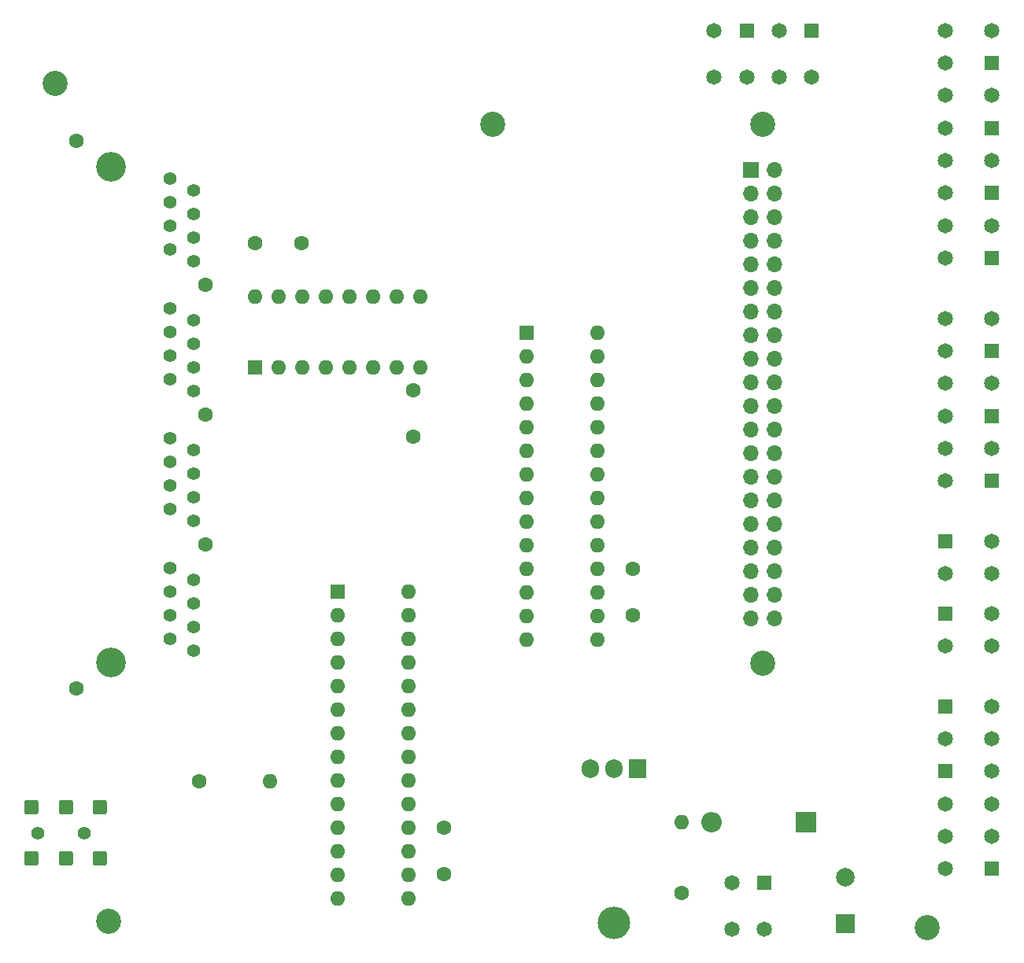
<source format=gbr>
%TF.GenerationSoftware,KiCad,Pcbnew,7.0.2-0*%
%TF.CreationDate,2023-05-02T13:55:30-04:00*%
%TF.ProjectId,SATS,53415453-2e6b-4696-9361-645f70636258,rev?*%
%TF.SameCoordinates,Original*%
%TF.FileFunction,Soldermask,Top*%
%TF.FilePolarity,Negative*%
%FSLAX46Y46*%
G04 Gerber Fmt 4.6, Leading zero omitted, Abs format (unit mm)*
G04 Created by KiCad (PCBNEW 7.0.2-0) date 2023-05-02 13:55:30*
%MOMM*%
%LPD*%
G01*
G04 APERTURE LIST*
G04 Aperture macros list*
%AMRoundRect*
0 Rectangle with rounded corners*
0 $1 Rounding radius*
0 $2 $3 $4 $5 $6 $7 $8 $9 X,Y pos of 4 corners*
0 Add a 4 corners polygon primitive as box body*
4,1,4,$2,$3,$4,$5,$6,$7,$8,$9,$2,$3,0*
0 Add four circle primitives for the rounded corners*
1,1,$1+$1,$2,$3*
1,1,$1+$1,$4,$5*
1,1,$1+$1,$6,$7*
1,1,$1+$1,$8,$9*
0 Add four rect primitives between the rounded corners*
20,1,$1+$1,$2,$3,$4,$5,0*
20,1,$1+$1,$4,$5,$6,$7,0*
20,1,$1+$1,$6,$7,$8,$9,0*
20,1,$1+$1,$8,$9,$2,$3,0*%
G04 Aperture macros list end*
%ADD10C,2.700000*%
%ADD11R,1.650000X1.650000*%
%ADD12C,1.650000*%
%ADD13R,1.600000X1.600000*%
%ADD14O,1.600000X1.600000*%
%ADD15C,1.600200*%
%ADD16C,3.200400*%
%ADD17C,1.397000*%
%ADD18C,1.600000*%
%ADD19R,2.000000X2.000000*%
%ADD20C,2.000000*%
%ADD21C,1.400000*%
%ADD22RoundRect,0.187500X0.562500X-0.562500X0.562500X0.562500X-0.562500X0.562500X-0.562500X-0.562500X0*%
%ADD23R,2.200000X2.200000*%
%ADD24O,2.200000X2.200000*%
%ADD25O,3.500000X3.500000*%
%ADD26R,1.905000X2.000000*%
%ADD27O,1.905000X2.000000*%
%ADD28R,1.700000X1.700000*%
%ADD29O,1.700000X1.700000*%
G04 APERTURE END LIST*
D10*
%TO.C,H6*%
X53949600Y-54000400D03*
%TD*%
D11*
%TO.C,J14*%
X154700000Y-138500000D03*
D12*
X154700000Y-135000000D03*
X149700000Y-135000000D03*
X149700000Y-138500000D03*
%TD*%
%TO.C,SW2*%
X149750000Y-86250000D03*
X154750000Y-86250000D03*
X149750000Y-89750000D03*
D11*
X154750000Y-89750000D03*
%TD*%
D13*
%TO.C,U2*%
X84328000Y-108632000D03*
D14*
X84328000Y-111172000D03*
X84328000Y-113712000D03*
X84328000Y-116252000D03*
X84328000Y-118792000D03*
X84328000Y-121332000D03*
X84328000Y-123872000D03*
X84328000Y-126412000D03*
X84328000Y-128952000D03*
X84328000Y-131492000D03*
X84328000Y-134032000D03*
X84328000Y-136572000D03*
X84328000Y-139112000D03*
X84328000Y-141652000D03*
X91948000Y-141652000D03*
X91948000Y-139112000D03*
X91948000Y-136572000D03*
X91948000Y-134032000D03*
X91948000Y-131492000D03*
X91948000Y-128952000D03*
X91948000Y-126412000D03*
X91948000Y-123872000D03*
X91948000Y-121332000D03*
X91948000Y-118792000D03*
X91948000Y-116252000D03*
X91948000Y-113712000D03*
X91948000Y-111172000D03*
X91948000Y-108632000D03*
%TD*%
D15*
%TO.C,J2*%
X56277406Y-60181400D03*
D16*
X59960406Y-62950000D03*
D15*
X70120406Y-75650000D03*
X70120406Y-89620000D03*
X70120406Y-103590000D03*
D16*
X59960406Y-116290000D03*
D15*
X56277406Y-119058600D03*
D17*
X66310406Y-64220000D03*
X68850406Y-65490000D03*
X66310406Y-66760000D03*
X68850406Y-68030000D03*
X66310406Y-69300000D03*
X68850406Y-70570000D03*
X66310406Y-71840000D03*
X68850406Y-73110000D03*
X66310406Y-78190000D03*
X68850406Y-79460000D03*
X66310406Y-80730000D03*
X68850406Y-82000000D03*
X66310406Y-83270000D03*
X68850406Y-84540000D03*
X66310406Y-85810000D03*
X68850406Y-87080000D03*
X66310406Y-92160000D03*
X68850406Y-93430000D03*
X66310406Y-94700000D03*
X68850406Y-95970000D03*
X66310406Y-97240000D03*
X68850406Y-98510000D03*
X66310406Y-99780000D03*
X68850406Y-101050000D03*
X66310406Y-106130000D03*
X68850406Y-107400000D03*
X66310406Y-108670000D03*
X68850406Y-109940000D03*
X66310406Y-111210000D03*
X68850406Y-112480000D03*
X66310406Y-113750000D03*
X68850406Y-115020000D03*
%TD*%
D10*
%TO.C,H5*%
X147800000Y-144800000D03*
%TD*%
%TO.C,H1*%
X130068000Y-58346000D03*
%TD*%
D12*
%TO.C,J11*%
X154700000Y-114500000D03*
X149700000Y-114500000D03*
X154700000Y-111000000D03*
D11*
X149700000Y-111000000D03*
%TD*%
D12*
%TO.C,SW1*%
X149750000Y-79250000D03*
X154750000Y-79250000D03*
X149750000Y-82750000D03*
D11*
X154750000Y-82750000D03*
%TD*%
D18*
%TO.C,C4*%
X92456000Y-86948000D03*
X92456000Y-91948000D03*
%TD*%
D11*
%TO.C,L1*%
X130274000Y-139953000D03*
D12*
X130274000Y-144953000D03*
X126774000Y-139953000D03*
X126774000Y-144953000D03*
%TD*%
D13*
%TO.C,U3*%
X75453000Y-84495800D03*
D14*
X77993000Y-84495800D03*
X80533000Y-84495800D03*
X83073000Y-84495800D03*
X85613000Y-84495800D03*
X88153000Y-84495800D03*
X90693000Y-84495800D03*
X93233000Y-84495800D03*
X93233000Y-76875800D03*
X90693000Y-76875800D03*
X88153000Y-76875800D03*
X85613000Y-76875800D03*
X83073000Y-76875800D03*
X80533000Y-76875800D03*
X77993000Y-76875800D03*
X75453000Y-76875800D03*
%TD*%
D11*
%TO.C,J4*%
X135354000Y-48300000D03*
D12*
X135354000Y-53300000D03*
X131854000Y-48300000D03*
X131854000Y-53300000D03*
%TD*%
D19*
%TO.C,C5*%
X138950000Y-144367677D03*
D20*
X138950000Y-139367677D03*
%TD*%
D12*
%TO.C,J10*%
X154700000Y-106750000D03*
X149700000Y-106750000D03*
X154700000Y-103250000D03*
D11*
X149700000Y-103250000D03*
%TD*%
D12*
%TO.C,SW3*%
X149750000Y-93250000D03*
X154750000Y-93250000D03*
X149750000Y-96750000D03*
D11*
X154750000Y-96750000D03*
%TD*%
D18*
%TO.C,C2*%
X95758000Y-134032000D03*
X95758000Y-139032000D03*
%TD*%
D11*
%TO.C,J12*%
X149700000Y-121000000D03*
D12*
X154700000Y-121000000D03*
X149700000Y-124500000D03*
X154700000Y-124500000D03*
%TD*%
D11*
%TO.C,J6*%
X154750000Y-72750000D03*
D12*
X149750000Y-72750000D03*
X154750000Y-69250000D03*
X149750000Y-69250000D03*
%TD*%
D18*
%TO.C,C1*%
X116078000Y-106172000D03*
X116078000Y-111172000D03*
%TD*%
D11*
%TO.C,J9*%
X154750000Y-51750000D03*
D12*
X149750000Y-51750000D03*
X154750000Y-48250000D03*
X149750000Y-48250000D03*
%TD*%
D11*
%TO.C,J8*%
X154750000Y-58750000D03*
D12*
X149750000Y-58750000D03*
X154750000Y-55250000D03*
X149750000Y-55250000D03*
%TD*%
D21*
%TO.C,J3*%
X52118000Y-134620000D03*
X57118000Y-134620000D03*
D22*
X55118000Y-131870000D03*
X58818000Y-131870000D03*
X51418000Y-137370000D03*
X51418000Y-131870000D03*
X55118000Y-137370000D03*
X58818000Y-137370000D03*
%TD*%
D10*
%TO.C,H4*%
X59690000Y-144145000D03*
%TD*%
%TO.C,H2*%
X130068000Y-116346000D03*
%TD*%
D23*
%TO.C,D1*%
X134747000Y-133477000D03*
D24*
X124587000Y-133477000D03*
%TD*%
D18*
%TO.C,C3*%
X75478000Y-71120000D03*
X80478000Y-71120000D03*
%TD*%
D13*
%TO.C,U1*%
X104648000Y-80772000D03*
D14*
X104648000Y-83312000D03*
X104648000Y-85852000D03*
X104648000Y-88392000D03*
X104648000Y-90932000D03*
X104648000Y-93472000D03*
X104648000Y-96012000D03*
X104648000Y-98552000D03*
X104648000Y-101092000D03*
X104648000Y-103632000D03*
X104648000Y-106172000D03*
X104648000Y-108712000D03*
X104648000Y-111252000D03*
X104648000Y-113792000D03*
X112268000Y-113792000D03*
X112268000Y-111252000D03*
X112268000Y-108712000D03*
X112268000Y-106172000D03*
X112268000Y-103632000D03*
X112268000Y-101092000D03*
X112268000Y-98552000D03*
X112268000Y-96012000D03*
X112268000Y-93472000D03*
X112268000Y-90932000D03*
X112268000Y-88392000D03*
X112268000Y-85852000D03*
X112268000Y-83312000D03*
X112268000Y-80772000D03*
%TD*%
D25*
%TO.C,U4*%
X114046000Y-144336000D03*
D26*
X116586000Y-127676000D03*
D27*
X114046000Y-127676000D03*
X111506000Y-127676000D03*
%TD*%
D11*
%TO.C,J7*%
X154749998Y-65750000D03*
D12*
X149749998Y-65750000D03*
X154749998Y-62250000D03*
X149749998Y-62250000D03*
%TD*%
D10*
%TO.C,H3*%
X101068000Y-58346000D03*
%TD*%
D18*
%TO.C,R1*%
X69469000Y-129032000D03*
D14*
X77089000Y-129032000D03*
%TD*%
D11*
%TO.C,J13*%
X149700000Y-128000000D03*
D12*
X154700000Y-128000000D03*
X149700000Y-131500000D03*
X154700000Y-131500000D03*
%TD*%
D18*
%TO.C,R2*%
X121400000Y-141100000D03*
D14*
X121400000Y-133480000D03*
%TD*%
D11*
%TO.C,J5*%
X128354000Y-48300000D03*
D12*
X128354000Y-53300000D03*
X124854000Y-48300000D03*
X124854000Y-53300000D03*
%TD*%
D28*
%TO.C,J1*%
X128778000Y-63246000D03*
D29*
X131318000Y-63246000D03*
X128778000Y-65786000D03*
X131318000Y-65786000D03*
X128778000Y-68326000D03*
X131318000Y-68326000D03*
X128778000Y-70866000D03*
X131318000Y-70866000D03*
X128778000Y-73406000D03*
X131318000Y-73406000D03*
X128778000Y-75946000D03*
X131318000Y-75946000D03*
X128778000Y-78486000D03*
X131318000Y-78486000D03*
X128778000Y-81026000D03*
X131318000Y-81026000D03*
X128778000Y-83566000D03*
X131318000Y-83566000D03*
X128778000Y-86106000D03*
X131318000Y-86106000D03*
X128778000Y-88646000D03*
X131318000Y-88646000D03*
X128778000Y-91186000D03*
X131318000Y-91186000D03*
X128778000Y-93726000D03*
X131318000Y-93726000D03*
X128778000Y-96266000D03*
X131318000Y-96266000D03*
X128778000Y-98806000D03*
X131318000Y-98806000D03*
X128778000Y-101346000D03*
X131318000Y-101346000D03*
X128778000Y-103886000D03*
X131318000Y-103886000D03*
X128778000Y-106426000D03*
X131318000Y-106426000D03*
X128778000Y-108966000D03*
X131318000Y-108966000D03*
X128778000Y-111506000D03*
X131318000Y-111506000D03*
%TD*%
M02*

</source>
